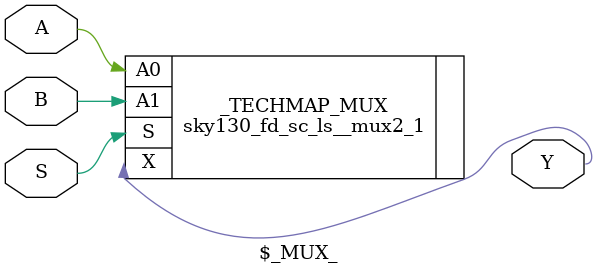
<source format=v>
module \$_MUX_ (
    output Y,
    input A,
    input B,
    input S
    );
  sky130_fd_sc_ls__mux2_1 _TECHMAP_MUX (
      .X(Y),
      .A0(A),
      .A1(B),
      .S(S)
  );
endmodule
</source>
